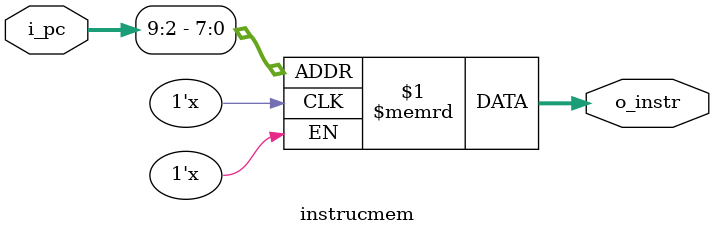
<source format=sv>
/**
    PBL3 - RISC-V Single Cycle Processor  
    Instruction Memory Module

    File name: instrucmem.sv

    Objective:
        Implement a byte-addressable instruction memory for RISC-V processor.
        Provides read-only storage for program instructions with word-aligned access.

        A parameterized instruction memory module supporting configurable address space.

    Specification:
        - Configurable memory size via address width parameter
        - Word-aligned access (32-bit instructions)
        - Read-only operation (ROM behavior)
        - Byte address to word address conversion
        - Fully synthesizable (initialized as ROM)

    Functional Diagram:

                       +----------------------+
        i_pc[AW-1:0]-->|                      |
                       |  INSTRUCTION MEMORY  |
                       |                      |--> o_instr[31:0]
                       +----------------------+

    Parameters:
        P_DATA_WIDTH - Instruction width in bits (fixed at 32 for RISC-V)
        P_ADDR_WIDTH - Byte address width (determines memory size = 2^AW bytes)
                       Critical parameter that defines:
                       - Total addressable memory space
                       - ROM array depth (2^(AW-2) words)
                       Default of 10 gives 1KB memory (256 words)

    Inputs:
        i_pc - Program counter address (byte address, width = P_ADDR_WIDTH)

    Outputs:
        o_instr - Instruction word read from memory (width = P_DATA_WIDTH)

    Memory Organization:
        - Implemented as 2^(P_ADDR_WIDTH-2) words of 32 bits each
        - Byte address converted to word address by dropping 2 LSBs
        - Example: P_ADDR_WIDTH=10 → 256 words (1KB total)

    Timing Characteristics:
        - Combinational read path (no clock)
        - Address to output delay critical for processor cycle time

    Operation:
        - Continuous assignment: Output reflects addressed word
        - Address conversion: i_pc[AW-1:2] selects word
        - Unused address bits ignored (no memory protection)

    Typical Usage:
        - Stores program instructions in single-cycle processor
        - Connected directly to program counter
        - Base memory for Harvard architecture implementations

    Implementation Notes:
        - Actual storage implemented as synthesizable ROM array
        - Larger P_ADDR_WIDTH increases memory capacity but requires more resources
        - Must match program counter width in processor datapath
**/

//----------------------------------------------------------------------------- 
//  instruction Memory Module
//-----------------------------------------------------------------------------
`timescale 1ns / 1ps  // Set simulation time unit to 1ns, precision to 1ps
module instrucmem #(
    parameter P_DATA_WIDTH = 32,                // Word size (4 bytes)
    parameter P_ADDR_WIDTH = 10                 // Byte address width (1024 bytes)
)(
    input  logic [P_ADDR_WIDTH-1:0] i_pc,       // 10-bit PC counter address
    output logic [P_DATA_WIDTH-1:0] o_instr     // 32-bit data instruction
);
    // 1KB memory: 256 words (32-bit each)
    logic [P_DATA_WIDTH-1:0] l_rom [0:255];     // 256 words = 2^8
                                                // To access a 32-bit word in ROM, 
                                                // we need to ignore the 2 least s
                                                // ignificant bits by discarding 
                                                // the 2 LSBs (i_pc[1:0])

    // Convert byte address to word address (divide by 4)
    assign o_instr = l_rom[i_pc[P_ADDR_WIDTH-1:2]];

endmodule
</source>
